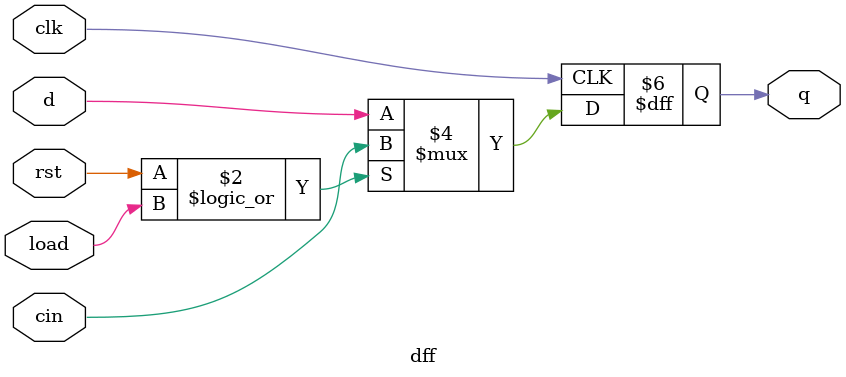
<source format=v>
`timescale 1ns / 1ps
module dff(
    input clk,
	 input rst,
	 input load,
	 input cin,
    input d,
    output reg q
    );

	
	always @(posedge clk)
	begin
	if(rst ||load )
		q = cin;
	else
		q = d;
	end

endmodule 

</source>
